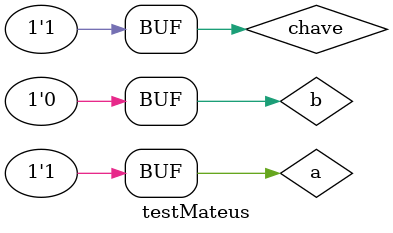
<source format=v>


module mateus(s,a,b,chave);

output s;

input a;
input b;
input chave;

wire temp1;
wire temp2;
wire temp3;
wire temp4;

assign temp1 = a&b;
assign temp2 = a|b;
assign temp3 = temp1&chave;
assign temp4 = temp2&(~chave);
assign s = temp3 | temp4;

endmodule

module testMateus;

reg a;
reg b;
reg chave;

wire s;

mateus lima(s,a,b,chave);

initial begin: main

$display("Exemplo0031 - mateus lima batista - 451410");
$display("Test LU's module");

a = 0;
b = 0;
chave = 0;

$monitor("a = %3b b = %3b\nchave =%3b\ns = %3b",a,b,chave,s);
#1 a = 0; b = 1;chave = 0;
#1 a = 1; b = 1;chave = 0;
#1 a = 1; b = 0;chave = 0;
#1 a = 0; b = 0;chave = 1;
#1 a = 0; b = 1;chave = 1;
#1 a = 1; b = 1;chave = 1;
#1 a = 1; b = 0;chave = 1;

end
endmodule

</source>
